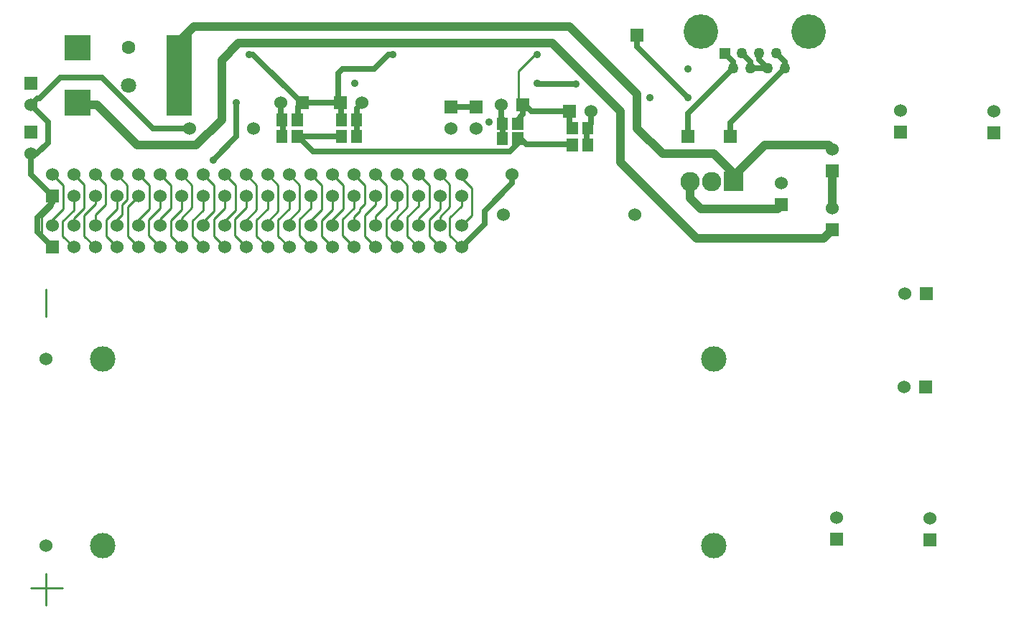
<source format=gbr>
G04 start of page 2 for group 0 idx 0 *
G04 Title: (unknown), top *
G04 Creator: pcb 20140316 *
G04 CreationDate: Tue 28 Aug 2018 04:48:26 PM GMT UTC *
G04 For: cwispell *
G04 Format: Gerber/RS-274X *
G04 PCB-Dimensions (mil): 4685.04 2913.39 *
G04 PCB-Coordinate-Origin: lower left *
%MOIN*%
%FSLAX25Y25*%
%LNTOP*%
%ADD31C,0.1300*%
%ADD30C,0.0591*%
%ADD29C,0.0669*%
%ADD28C,0.0380*%
%ADD27C,0.0787*%
%ADD26C,0.0200*%
%ADD25C,0.0350*%
%ADD24C,0.1181*%
%ADD23C,0.0360*%
%ADD22R,0.1181X0.1181*%
%ADD21R,0.0512X0.0512*%
%ADD20C,0.0500*%
%ADD19C,0.1600*%
%ADD18C,0.0900*%
%ADD17C,0.0600*%
%ADD16C,0.0631*%
%ADD15C,0.0709*%
%ADD14C,0.0001*%
%ADD13C,0.0250*%
%ADD12C,0.0400*%
%ADD11C,0.0100*%
G54D11*X30709Y186142D02*Y195866D01*
X40748Y186102D02*Y193701D01*
X45748Y198701D01*
Y193583D02*Y191102D01*
X35748Y195984D02*Y191102D01*
X30709Y195866D02*X35748Y200906D01*
Y204724D01*
X40551Y200787D02*X35748Y195984D01*
X30512Y199213D02*X25748Y194449D01*
X35748Y181102D02*X30709Y186142D01*
X45748Y181102D02*X40748Y186102D01*
X55748Y181102D02*X50787Y186063D01*
X45748Y198701D02*Y204724D01*
X50787Y199764D02*X55748Y204724D01*
X50591Y202953D02*X48228Y200591D01*
Y196063D01*
X60827Y198819D02*X55748Y193740D01*
X50787Y186063D02*Y199764D01*
X60433Y186417D02*Y193701D01*
X55748Y193740D02*Y191102D01*
X48228Y196063D02*X45748Y193583D01*
G54D12*X55118Y228346D02*X36417Y247047D01*
X23622D01*
G54D13*X62669Y236220D02*X79724D01*
G54D11*X65748Y181102D02*X60433Y186417D01*
X85748Y181102D02*X80906Y185945D01*
X95748Y181102D02*X90748Y186102D01*
X75748Y181102D02*X70866Y185984D01*
Y193504D01*
X80906Y185945D02*Y193307D01*
X90748Y186102D02*Y194094D01*
X85748Y192638D02*Y191102D01*
X70866Y193504D02*X75748Y198386D01*
Y204724D01*
X80709Y199409D02*X75748Y194449D01*
X95748Y192992D02*Y191102D01*
X90748Y197638D02*X85748Y192638D01*
X80906Y193307D02*X85748Y198150D01*
Y204724D01*
X90748Y194094D02*X95748Y199094D01*
Y204724D01*
X75748Y194449D02*Y191102D01*
X25748Y181102D02*X20669Y186181D01*
Y193110D01*
X25748Y194449D02*Y191102D01*
X10827Y195079D02*X15748Y200000D01*
Y204724D01*
X20669Y193110D02*X25748Y198189D01*
Y204724D01*
X20866Y198819D02*X15748Y193701D01*
Y181102D02*X10827Y186024D01*
Y195079D01*
X15748Y193701D02*Y191102D01*
G54D13*Y181102D02*X8858Y187992D01*
Y194882D01*
X15748Y201772D01*
G54D11*X12795Y161417D02*Y148622D01*
X5906Y22638D02*X20669D01*
X12795Y29528D02*Y14764D01*
G54D12*X81693Y283465D02*X255906D01*
X248031Y275591D02*X102362D01*
G54D13*X150000Y247637D02*Y240157D01*
X159606Y248031D02*X157086Y245511D01*
X150000Y247637D02*X148622Y249016D01*
Y261811D01*
X150591Y263780D01*
X165354D01*
G54D11*X172047Y270472D02*X174016D01*
G54D13*X165354Y263780D02*X172047Y270472D01*
G54D11*X132047Y248031D02*X109606Y270472D01*
X107087D01*
G54D13*X109055D01*
X131496Y248031D01*
G54D11*X232283Y262795D02*X239961Y270472D01*
X240945D01*
G54D13*Y257087D02*X241142Y256890D01*
G54D12*X102362Y275591D02*X94488Y267717D01*
Y240157D01*
X82677Y228346D01*
G54D13*X122047Y232676D02*X122835Y233465D01*
Y240157D01*
X122047Y240946D01*
Y248031D01*
X132047D02*X129921Y245906D01*
Y240157D01*
X157086Y245511D02*Y232283D01*
X150000Y232676D02*X149607Y232283D01*
X129527D01*
X90551Y221457D02*X101378Y232283D01*
Y248031D01*
X132047D02*X149606D01*
X131496D02*X131890D01*
X228346Y225394D02*X136811D01*
X129921Y232283D01*
X224804Y238582D02*Y231299D01*
X200787Y246063D02*X212598D01*
G54D11*X234409Y247047D02*X232283Y249173D01*
Y262795D01*
X100591Y186260D02*Y194094D01*
X105748Y199252D01*
Y204724D01*
X110630Y198228D02*X105748Y193346D01*
Y191102D01*
X110630Y186220D02*Y193701D01*
X115748Y198819D01*
Y204724D01*
X120669Y186181D02*Y193701D01*
Y197638D02*X115748Y192717D01*
Y191102D01*
X120669Y193701D02*X125748Y198780D01*
X130709Y198425D02*X125748Y193465D01*
Y191102D01*
X105748Y181102D02*X100591Y186260D01*
X115748Y181102D02*X110630Y186220D01*
X125748Y181102D02*X120669Y186181D01*
X145748Y181102D02*X140748Y186102D01*
X145748Y193780D02*Y191102D01*
X140748Y198425D02*X135748Y193425D01*
Y191102D01*
X125748Y198780D02*Y204724D01*
X130709Y209764D02*Y198425D01*
X120669Y209803D02*Y197638D01*
X135748Y181102D02*X130512Y186339D01*
Y193898D01*
X140748Y186102D02*Y193307D01*
X130512Y193898D02*X135748Y199134D01*
Y204724D01*
X140748Y193307D02*X145748Y198307D01*
Y204724D01*
X135748Y214724D02*X140748Y209724D01*
Y198425D01*
X125748Y214724D02*X130709Y209764D01*
X115748Y214724D02*X120669Y209803D01*
X105748Y214724D02*X110630Y209843D01*
X95748Y214724D02*X100787Y209685D01*
X85748Y214724D02*X90748Y209724D01*
X110630Y209843D02*Y198228D01*
X100787Y209685D02*Y198031D01*
X95748Y192992D01*
X90748Y209724D02*Y197638D01*
X75748Y214724D02*X80709Y209764D01*
Y199409D01*
X65748Y214724D02*X70866Y209606D01*
X55748Y214724D02*X60827Y209646D01*
X45748Y214724D02*X50591Y209882D01*
X35748Y214724D02*X40551Y209921D01*
X25748Y214724D02*X30512Y209961D01*
X15748Y214724D02*X20866Y209606D01*
X70866D02*Y199016D01*
X60827Y209646D02*Y198819D01*
X50591Y209882D02*Y202953D01*
X40551Y209921D02*Y200787D01*
X30512Y209961D02*Y199213D01*
X20866Y209606D02*Y198819D01*
X155748Y181102D02*X150591Y186260D01*
X165748Y181102D02*X160827Y186024D01*
X175748Y181102D02*X170866Y185984D01*
X195748Y181102D02*X190748Y186102D01*
X195748Y195157D02*Y191102D01*
X190748Y199409D02*X185748Y194409D01*
X180709Y199606D02*X175748Y194646D01*
Y191102D01*
X185748Y194409D02*Y191102D01*
X158465Y198622D02*Y197638D01*
X155748Y194921D01*
Y191102D01*
X170866Y193898D02*X175748Y198780D01*
X150787Y198819D02*X145748Y193780D01*
X175748Y198780D02*Y204724D01*
X180709Y209764D02*Y199606D01*
X170866Y209606D02*Y200394D01*
X160827Y209646D02*Y200984D01*
X150787Y209685D02*Y198819D01*
X185748Y181102D02*X180709Y186142D01*
Y195079D01*
X190748Y186102D02*Y193701D01*
X180709Y195079D02*X185748Y200118D01*
Y204724D01*
X190748Y193701D02*X195748Y198701D01*
Y204724D01*
X185748Y214724D02*X190748Y209724D01*
X175748Y214724D02*X180709Y209764D01*
X165748Y214724D02*X170866Y209606D01*
X155748Y214724D02*X160827Y209646D01*
X145748Y214724D02*X150787Y209685D01*
X190748Y209724D02*Y199409D01*
X205748Y181102D02*X200394Y186457D01*
G54D13*X205748Y181102D02*X216535Y191890D01*
G54D11*X200394Y186457D02*Y194685D01*
X205748Y200039D01*
Y204724D01*
Y191102D02*X210433Y195787D01*
Y208268D01*
X205748Y212953D01*
Y214724D01*
X195748D02*X200394Y210079D01*
Y199803D01*
X195748Y195157D01*
X150591Y186260D02*Y193898D01*
X155748Y199055D01*
Y204724D01*
X160827Y186024D02*Y195669D01*
X170866Y185984D02*Y193898D01*
X165748Y195276D02*Y191102D01*
X160827Y195669D02*X165748Y200591D01*
Y204724D01*
X170866Y200394D02*X165748Y195276D01*
X160827Y200984D02*X158465Y198622D01*
X60433Y193701D02*X65748Y199016D01*
Y204724D01*
X70866Y199016D02*X65748Y193898D01*
Y191102D01*
G54D12*X70866Y272638D02*X81693Y283465D01*
X82677Y228346D02*X55118D01*
G54D13*X15748Y201772D02*Y204724D01*
X8701Y224252D02*X5906D01*
X15748Y204724D02*X5906Y214567D01*
Y224252D01*
Y247047D02*X13780Y239173D01*
Y229331D01*
X8701Y224252D01*
X5906Y247047D02*X8858Y250000D01*
X9843D01*
X19685Y259843D01*
X39047D01*
X62669Y236220D01*
X311024Y239173D02*Y232283D01*
G54D12*X287402Y251969D02*Y236220D01*
G54D13*X311024Y250394D02*X287402Y274016D01*
G54D12*Y236220D02*X299213Y224409D01*
X322835D01*
X279528Y220472D02*Y244094D01*
G54D13*X311024Y243016D02*Y232283D01*
G54D12*X322835Y224409D02*X331969Y215276D01*
Y211496D01*
X376142Y228346D02*X346457D01*
X331969Y213858D01*
Y212598D01*
X377953Y216535D02*Y198976D01*
Y188976D02*X374016Y185039D01*
X377953Y226535D02*X376142Y228346D01*
X374016Y185039D02*X314961D01*
X354331Y200630D02*X352520Y198819D01*
X316929D01*
X314961Y185039D02*X279528Y220472D01*
X311969Y211496D02*Y203780D01*
X316929Y198819D01*
G54D13*X216535Y191890D02*Y197835D01*
X229331Y210630D01*
Y214567D01*
X257284Y228739D02*X235828D01*
X232283Y229331D02*X228346Y225394D01*
G54D12*X255906Y283465D02*X287402Y251969D01*
G54D13*Y274016D02*Y279528D01*
G54D12*X279528Y244094D02*X248031Y275591D01*
G54D13*X241142Y256890D02*X258858D01*
X225198Y240157D02*X224409Y240946D01*
Y248031D01*
X232283Y240550D02*X234409Y242676D01*
Y248031D01*
X238346Y244094D01*
X255906D01*
X256694Y236613D02*X255906Y237402D01*
X235828Y228739D02*X232283Y232283D01*
Y231891D02*Y229331D01*
X255906Y237402D02*Y244094D01*
X263385Y228739D02*X263780Y229133D01*
Y236220D01*
X265906Y238346D01*
Y244094D01*
X335946Y270939D02*X339946Y266939D01*
Y263939D01*
X347946D01*
X343946Y267939D02*Y270939D01*
X347946Y263939D02*X343946Y267939D01*
X351946Y270939D02*X355946Y266939D01*
Y263939D01*
X330709Y238701D01*
X331946Y263939D02*X311024Y243016D01*
X330709Y238701D02*Y232283D01*
X327946Y270939D02*X331946Y266939D01*
Y263939D01*
G54D14*G36*
X146606Y251031D02*Y245031D01*
X152606D01*
Y251031D01*
X146606D01*
G37*
G54D15*X51181Y255906D03*
G54D16*Y273622D03*
G54D14*G36*
X129047Y251031D02*Y245031D01*
X135047D01*
Y251031D01*
X129047D01*
G37*
G54D17*X122047Y248031D03*
X159606D03*
G54D14*G36*
X2906Y260047D02*Y254047D01*
X8906D01*
Y260047D01*
X2906D01*
G37*
G54D17*X5906Y247047D03*
G54D14*G36*
X197787Y249063D02*Y243063D01*
X203787D01*
Y249063D01*
X197787D01*
G37*
G36*
X209598D02*Y243063D01*
X215598D01*
Y249063D01*
X209598D01*
G37*
G36*
X12748Y207724D02*Y201724D01*
X18748D01*
Y207724D01*
X12748D01*
G37*
G54D17*X25748Y204724D03*
X35748D03*
X15748Y214724D03*
X25748D03*
X35748D03*
X45748D03*
X55748D03*
X65748D03*
G54D14*G36*
X12748Y184102D02*Y178102D01*
X18748D01*
Y184102D01*
X12748D01*
G37*
G54D17*X15748Y191102D03*
X25748D03*
X35748D03*
G54D14*G36*
X2906Y237252D02*Y231252D01*
X8906D01*
Y237252D01*
X2906D01*
G37*
G54D17*X5906Y224252D03*
X75748Y214724D03*
X85748D03*
X95748D03*
X75748Y204724D03*
X85748D03*
X95748D03*
X105748Y214724D03*
X115748D03*
X125748D03*
X105748Y204724D03*
X115748D03*
X125748D03*
X135748D03*
Y214724D03*
X145748D03*
X155748D03*
X145748Y204724D03*
X155748D03*
X165748D03*
X175748D03*
X185748D03*
X195748D03*
X165748Y214724D03*
X175748D03*
X185748D03*
X195748D03*
X205748Y204724D03*
Y214724D03*
X200787Y236063D03*
X212598D03*
X45748Y204724D03*
X55748D03*
X65748D03*
X25748Y181102D03*
X35748D03*
X45748D03*
X55748D03*
X65748D03*
X75748D03*
X45748Y191102D03*
X55748D03*
X65748D03*
X75748D03*
X85748Y181102D03*
Y191102D03*
X95748D03*
X105748D03*
X95748Y181102D03*
X105748D03*
X115748D03*
X125748D03*
X135748D03*
X145748D03*
X115748Y191102D03*
X125748D03*
X135748D03*
X145748D03*
X155748Y181102D03*
X165748D03*
X175748D03*
X185748D03*
X195748D03*
X205748D03*
X155748Y191102D03*
X165748D03*
X175748D03*
X185748D03*
X195748D03*
X205748D03*
G54D14*G36*
X351331Y203630D02*Y197630D01*
X357331D01*
Y203630D01*
X351331D01*
G37*
G54D17*X354331Y210630D03*
G54D14*G36*
X374953Y191976D02*Y185976D01*
X380953D01*
Y191976D01*
X374953D01*
G37*
G54D17*X377953Y198976D03*
G54D14*G36*
X374953Y219535D02*Y213535D01*
X380953D01*
Y219535D01*
X374953D01*
G37*
G54D17*X377953Y226535D03*
G54D14*G36*
X327709Y235283D02*Y229283D01*
X333709D01*
Y235283D01*
X327709D01*
G37*
G36*
X327469Y215996D02*Y206996D01*
X336469D01*
Y215996D01*
X327469D01*
G37*
G54D18*X321969Y211496D03*
X311969D03*
G54D17*X225118Y196220D03*
X286142D03*
G54D14*G36*
X252906Y247094D02*Y241094D01*
X258906D01*
Y247094D01*
X252906D01*
G37*
G54D17*X265906Y244094D03*
G54D14*G36*
X231409Y250047D02*Y244047D01*
X237409D01*
Y250047D01*
X231409D01*
G37*
G54D17*X224409Y247047D03*
G54D14*G36*
X284402Y282528D02*Y276528D01*
X290402D01*
Y282528D01*
X284402D01*
G37*
G36*
X308024Y235283D02*Y229283D01*
X314024D01*
Y235283D01*
X308024D01*
G37*
G36*
X449756Y237094D02*Y231094D01*
X455756D01*
Y237094D01*
X449756D01*
G37*
G54D17*X452756Y244094D03*
G54D14*G36*
X406449Y237252D02*Y231252D01*
X412449D01*
Y237252D01*
X406449D01*
G37*
G54D17*X409449Y244252D03*
G54D19*X366946Y280939D03*
X316946D03*
G54D20*X351946Y270939D03*
X355946Y263939D03*
X347946D03*
X343946Y270939D03*
X335946D03*
G54D14*G36*
X325446Y273439D02*Y268439D01*
X330446D01*
Y273439D01*
X325446D01*
G37*
G54D20*X339946Y263939D03*
X331946D03*
G54D14*G36*
X420228Y48118D02*Y42118D01*
X426228D01*
Y48118D01*
X420228D01*
G37*
G54D17*X423228Y55118D03*
G54D14*G36*
X376921Y48276D02*Y42276D01*
X382921D01*
Y48276D01*
X376921D01*
G37*
G54D17*X379921Y55276D03*
G54D14*G36*
X418417Y162449D02*Y156449D01*
X424417D01*
Y162449D01*
X418417D01*
G37*
G54D17*X411417Y159449D03*
G54D14*G36*
X418260Y119142D02*Y113142D01*
X424260D01*
Y119142D01*
X418260D01*
G37*
G54D17*X411260Y116142D03*
G54D21*X224803Y238582D02*Y237796D01*
X231889Y238582D02*Y237796D01*
X224803Y231692D02*Y230906D01*
X231889Y231692D02*Y230906D01*
X264370Y236613D02*Y235827D01*
X257284Y236613D02*Y235827D01*
X264370Y228739D02*Y227953D01*
X257284Y228739D02*Y227953D01*
X157086Y240550D02*Y239764D01*
X150000Y240550D02*Y239764D01*
X122441Y240550D02*Y239764D01*
X129527Y240550D02*Y239764D01*
X157086Y232676D02*Y231890D01*
X150000Y232676D02*Y231890D01*
X122441Y232676D02*Y231890D01*
X129527Y232676D02*Y231890D01*
G54D14*G36*
X21654Y279528D02*Y267717D01*
X33465D01*
Y279528D01*
X21654D01*
G37*
G36*
Y253937D02*Y242126D01*
X33465D01*
Y253937D01*
X21654D01*
G37*
G54D22*X74803Y273622D02*Y248031D01*
G54D17*X27559Y273622D03*
G54D23*X107087Y270472D03*
G54D24*X322835Y42323D03*
Y128937D03*
G54D17*X12795D03*
Y42323D03*
G54D24*X39370Y128937D03*
Y42323D03*
G54D23*X174016Y270472D03*
X240945D03*
X311024Y263780D03*
Y250394D03*
X293307D03*
X240945Y257087D03*
X258858Y256890D03*
X90551Y221457D03*
G54D17*X229331Y214567D03*
G54D23*X101378Y248031D03*
X156299Y257087D03*
G54D17*X79724Y236220D03*
X109252D03*
G54D23*X129527Y232283D03*
X218504Y239173D03*
X231889Y238189D03*
G54D24*G54D25*G54D26*G54D27*G54D25*G54D27*G54D24*G54D26*G54D25*G54D26*G54D25*G54D26*G54D24*G54D28*G54D29*G54D30*G54D28*G54D17*G54D25*G54D28*G54D31*G54D25*G54D28*M02*

</source>
